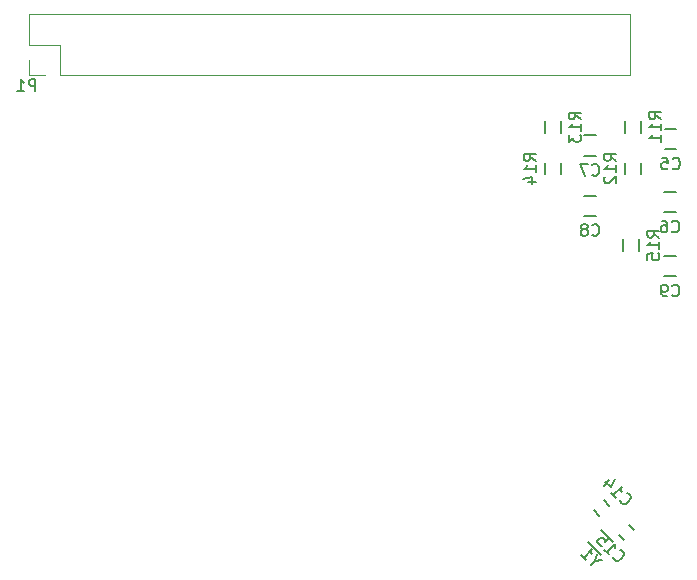
<source format=gbo>
G04 #@! TF.GenerationSoftware,KiCad,Pcbnew,5.0.0-fee4fd1~66~ubuntu18.04.1*
G04 #@! TF.CreationDate,2018-10-11T08:48:27+02:00*
G04 #@! TF.ProjectId,rasle,7261736C652E6B696361645F70636200,rev?*
G04 #@! TF.SameCoordinates,Original*
G04 #@! TF.FileFunction,Legend,Bot*
G04 #@! TF.FilePolarity,Positive*
%FSLAX46Y46*%
G04 Gerber Fmt 4.6, Leading zero omitted, Abs format (unit mm)*
G04 Created by KiCad (PCBNEW 5.0.0-fee4fd1~66~ubuntu18.04.1) date Thu Oct 11 08:48:27 2018*
%MOMM*%
%LPD*%
G01*
G04 APERTURE LIST*
%ADD10C,0.150000*%
%ADD11C,0.120000*%
G04 APERTURE END LIST*
D10*
G04 #@! TO.C,Y1*
X255465980Y-138581220D02*
X256526640Y-139641880D01*
X254405320Y-139641880D02*
X255465980Y-140702540D01*
G04 #@! TO.C,C5*
X260866400Y-104649200D02*
X261866400Y-104649200D01*
X261866400Y-106349200D02*
X260866400Y-106349200D01*
G04 #@! TO.C,C6*
X261803660Y-111680660D02*
X260803660Y-111680660D01*
X260803660Y-109980660D02*
X261803660Y-109980660D01*
G04 #@! TO.C,C7*
X255060980Y-106880060D02*
X254060980Y-106880060D01*
X254060980Y-105180060D02*
X255060980Y-105180060D01*
G04 #@! TO.C,C8*
X254059200Y-110288000D02*
X255059200Y-110288000D01*
X255059200Y-111988000D02*
X254059200Y-111988000D01*
G04 #@! TO.C,C9*
X261830840Y-117101020D02*
X260830840Y-117101020D01*
X260830840Y-115401020D02*
X261830840Y-115401020D01*
G04 #@! TO.C,C14*
X254849579Y-136864107D02*
X255344553Y-137359081D01*
X256193081Y-136510553D02*
X255698107Y-136015579D01*
G04 #@! TO.C,C15*
X258304351Y-138621823D02*
X257809377Y-138126849D01*
X256960849Y-138975377D02*
X257455823Y-139470351D01*
G04 #@! TO.C,R11*
X258881640Y-104934940D02*
X258881640Y-103934940D01*
X257531640Y-103934940D02*
X257531640Y-104934940D01*
G04 #@! TO.C,R14*
X250714280Y-107473160D02*
X250714280Y-108473160D01*
X252064280Y-108473160D02*
X252064280Y-107473160D01*
G04 #@! TO.C,R12*
X257531640Y-107478240D02*
X257531640Y-108478240D01*
X258881640Y-108478240D02*
X258881640Y-107478240D01*
G04 #@! TO.C,R13*
X252076980Y-104955260D02*
X252076980Y-103955260D01*
X250726980Y-103955260D02*
X250726980Y-104955260D01*
G04 #@! TO.C,R15*
X258724160Y-114967240D02*
X258724160Y-113967240D01*
X257374160Y-113967240D02*
X257374160Y-114967240D01*
D11*
G04 #@! TO.C,P1*
X207040000Y-94900000D02*
X207040000Y-97500000D01*
X207040000Y-94900000D02*
X257960000Y-94900000D01*
X257960000Y-94900000D02*
X257960000Y-100100000D01*
X209640000Y-100100000D02*
X257960000Y-100100000D01*
X209640000Y-97500000D02*
X209640000Y-100100000D01*
X207040000Y-97500000D02*
X209640000Y-97500000D01*
X207040000Y-100100000D02*
X208370000Y-100100000D01*
X207040000Y-98770000D02*
X207040000Y-100100000D01*
G04 #@! TO.C,Y1*
D10*
X254971005Y-141234553D02*
X254634287Y-141571271D01*
X255577096Y-141099866D02*
X254971005Y-141234553D01*
X255105692Y-140628462D01*
X253792494Y-140729477D02*
X254196555Y-141133538D01*
X253994524Y-140931507D02*
X254701631Y-140224401D01*
X254667959Y-140392759D01*
X254667959Y-140527446D01*
X254701631Y-140628462D01*
G04 #@! TO.C,C5*
X261533066Y-107956342D02*
X261580685Y-108003961D01*
X261723542Y-108051580D01*
X261818780Y-108051580D01*
X261961638Y-108003961D01*
X262056876Y-107908723D01*
X262104495Y-107813485D01*
X262152114Y-107623009D01*
X262152114Y-107480152D01*
X262104495Y-107289676D01*
X262056876Y-107194438D01*
X261961638Y-107099200D01*
X261818780Y-107051580D01*
X261723542Y-107051580D01*
X261580685Y-107099200D01*
X261533066Y-107146819D01*
X260628304Y-107051580D02*
X261104495Y-107051580D01*
X261152114Y-107527771D01*
X261104495Y-107480152D01*
X261009257Y-107432533D01*
X260771161Y-107432533D01*
X260675923Y-107480152D01*
X260628304Y-107527771D01*
X260580685Y-107623009D01*
X260580685Y-107861104D01*
X260628304Y-107956342D01*
X260675923Y-108003961D01*
X260771161Y-108051580D01*
X261009257Y-108051580D01*
X261104495Y-108003961D01*
X261152114Y-107956342D01*
G04 #@! TO.C,C6*
X261470326Y-113287802D02*
X261517945Y-113335421D01*
X261660802Y-113383040D01*
X261756040Y-113383040D01*
X261898898Y-113335421D01*
X261994136Y-113240183D01*
X262041755Y-113144945D01*
X262089374Y-112954469D01*
X262089374Y-112811612D01*
X262041755Y-112621136D01*
X261994136Y-112525898D01*
X261898898Y-112430660D01*
X261756040Y-112383040D01*
X261660802Y-112383040D01*
X261517945Y-112430660D01*
X261470326Y-112478279D01*
X260613183Y-112383040D02*
X260803660Y-112383040D01*
X260898898Y-112430660D01*
X260946517Y-112478279D01*
X261041755Y-112621136D01*
X261089374Y-112811612D01*
X261089374Y-113192564D01*
X261041755Y-113287802D01*
X260994136Y-113335421D01*
X260898898Y-113383040D01*
X260708421Y-113383040D01*
X260613183Y-113335421D01*
X260565564Y-113287802D01*
X260517945Y-113192564D01*
X260517945Y-112954469D01*
X260565564Y-112859231D01*
X260613183Y-112811612D01*
X260708421Y-112763993D01*
X260898898Y-112763993D01*
X260994136Y-112811612D01*
X261041755Y-112859231D01*
X261089374Y-112954469D01*
G04 #@! TO.C,C7*
X254727646Y-108487202D02*
X254775265Y-108534821D01*
X254918122Y-108582440D01*
X255013360Y-108582440D01*
X255156218Y-108534821D01*
X255251456Y-108439583D01*
X255299075Y-108344345D01*
X255346694Y-108153869D01*
X255346694Y-108011012D01*
X255299075Y-107820536D01*
X255251456Y-107725298D01*
X255156218Y-107630060D01*
X255013360Y-107582440D01*
X254918122Y-107582440D01*
X254775265Y-107630060D01*
X254727646Y-107677679D01*
X254394313Y-107582440D02*
X253727646Y-107582440D01*
X254156218Y-108582440D01*
G04 #@! TO.C,C8*
X254725866Y-113595142D02*
X254773485Y-113642761D01*
X254916342Y-113690380D01*
X255011580Y-113690380D01*
X255154438Y-113642761D01*
X255249676Y-113547523D01*
X255297295Y-113452285D01*
X255344914Y-113261809D01*
X255344914Y-113118952D01*
X255297295Y-112928476D01*
X255249676Y-112833238D01*
X255154438Y-112738000D01*
X255011580Y-112690380D01*
X254916342Y-112690380D01*
X254773485Y-112738000D01*
X254725866Y-112785619D01*
X254154438Y-113118952D02*
X254249676Y-113071333D01*
X254297295Y-113023714D01*
X254344914Y-112928476D01*
X254344914Y-112880857D01*
X254297295Y-112785619D01*
X254249676Y-112738000D01*
X254154438Y-112690380D01*
X253963961Y-112690380D01*
X253868723Y-112738000D01*
X253821104Y-112785619D01*
X253773485Y-112880857D01*
X253773485Y-112928476D01*
X253821104Y-113023714D01*
X253868723Y-113071333D01*
X253963961Y-113118952D01*
X254154438Y-113118952D01*
X254249676Y-113166571D01*
X254297295Y-113214190D01*
X254344914Y-113309428D01*
X254344914Y-113499904D01*
X254297295Y-113595142D01*
X254249676Y-113642761D01*
X254154438Y-113690380D01*
X253963961Y-113690380D01*
X253868723Y-113642761D01*
X253821104Y-113595142D01*
X253773485Y-113499904D01*
X253773485Y-113309428D01*
X253821104Y-113214190D01*
X253868723Y-113166571D01*
X253963961Y-113118952D01*
G04 #@! TO.C,C9*
X261497506Y-118708162D02*
X261545125Y-118755781D01*
X261687982Y-118803400D01*
X261783220Y-118803400D01*
X261926078Y-118755781D01*
X262021316Y-118660543D01*
X262068935Y-118565305D01*
X262116554Y-118374829D01*
X262116554Y-118231972D01*
X262068935Y-118041496D01*
X262021316Y-117946258D01*
X261926078Y-117851020D01*
X261783220Y-117803400D01*
X261687982Y-117803400D01*
X261545125Y-117851020D01*
X261497506Y-117898639D01*
X261021316Y-118803400D02*
X260830840Y-118803400D01*
X260735601Y-118755781D01*
X260687982Y-118708162D01*
X260592744Y-118565305D01*
X260545125Y-118374829D01*
X260545125Y-117993877D01*
X260592744Y-117898639D01*
X260640363Y-117851020D01*
X260735601Y-117803400D01*
X260926078Y-117803400D01*
X261021316Y-117851020D01*
X261068935Y-117898639D01*
X261116554Y-117993877D01*
X261116554Y-118231972D01*
X261068935Y-118327210D01*
X261021316Y-118374829D01*
X260926078Y-118422448D01*
X260735601Y-118422448D01*
X260640363Y-118374829D01*
X260592744Y-118327210D01*
X260545125Y-118231972D01*
G04 #@! TO.C,C14*
X257066863Y-136050933D02*
X257066863Y-136118277D01*
X257134207Y-136252964D01*
X257201550Y-136320307D01*
X257336237Y-136387651D01*
X257470924Y-136387651D01*
X257571939Y-136353979D01*
X257740298Y-136252964D01*
X257841313Y-136151949D01*
X257942329Y-135983590D01*
X257976000Y-135882575D01*
X257976000Y-135747888D01*
X257908657Y-135613201D01*
X257841313Y-135545857D01*
X257706626Y-135478514D01*
X257639283Y-135478514D01*
X256326084Y-135444842D02*
X256730145Y-135848903D01*
X256528115Y-135646872D02*
X257235222Y-134939765D01*
X257201550Y-135108124D01*
X257201550Y-135242811D01*
X257235222Y-135343826D01*
X256191397Y-134367346D02*
X255719993Y-134838750D01*
X256629130Y-134266330D02*
X256292413Y-134939765D01*
X255854680Y-134502033D01*
G04 #@! TO.C,C15*
X256491127Y-140849209D02*
X256491127Y-140916553D01*
X256558471Y-141051240D01*
X256625814Y-141118583D01*
X256760501Y-141185927D01*
X256895188Y-141185927D01*
X256996203Y-141152255D01*
X257164562Y-141051240D01*
X257265577Y-140950225D01*
X257366593Y-140781866D01*
X257400264Y-140680851D01*
X257400264Y-140546164D01*
X257332921Y-140411477D01*
X257265577Y-140344133D01*
X257130890Y-140276790D01*
X257063547Y-140276790D01*
X255750348Y-140243118D02*
X256154409Y-140647179D01*
X255952379Y-140445148D02*
X256659486Y-139738041D01*
X256625814Y-139906400D01*
X256625814Y-140041087D01*
X256659486Y-140142102D01*
X255817692Y-138896248D02*
X256154409Y-139232965D01*
X255851364Y-139603354D01*
X255851364Y-139536011D01*
X255817692Y-139434996D01*
X255649333Y-139266637D01*
X255548318Y-139232965D01*
X255480974Y-139232965D01*
X255379959Y-139266637D01*
X255211600Y-139434996D01*
X255177929Y-139536011D01*
X255177929Y-139603354D01*
X255211600Y-139704370D01*
X255379959Y-139872728D01*
X255480974Y-139906400D01*
X255548318Y-139906400D01*
G04 #@! TO.C,R11*
X260559020Y-103792082D02*
X260082830Y-103458749D01*
X260559020Y-103220654D02*
X259559020Y-103220654D01*
X259559020Y-103601606D01*
X259606640Y-103696844D01*
X259654259Y-103744463D01*
X259749497Y-103792082D01*
X259892354Y-103792082D01*
X259987592Y-103744463D01*
X260035211Y-103696844D01*
X260082830Y-103601606D01*
X260082830Y-103220654D01*
X260559020Y-104744463D02*
X260559020Y-104173035D01*
X260559020Y-104458749D02*
X259559020Y-104458749D01*
X259701878Y-104363511D01*
X259797116Y-104268273D01*
X259844735Y-104173035D01*
X260559020Y-105696844D02*
X260559020Y-105125416D01*
X260559020Y-105411130D02*
X259559020Y-105411130D01*
X259701878Y-105315892D01*
X259797116Y-105220654D01*
X259844735Y-105125416D01*
G04 #@! TO.C,R14*
X249941660Y-107330302D02*
X249465470Y-106996969D01*
X249941660Y-106758874D02*
X248941660Y-106758874D01*
X248941660Y-107139826D01*
X248989280Y-107235064D01*
X249036899Y-107282683D01*
X249132137Y-107330302D01*
X249274994Y-107330302D01*
X249370232Y-107282683D01*
X249417851Y-107235064D01*
X249465470Y-107139826D01*
X249465470Y-106758874D01*
X249941660Y-108282683D02*
X249941660Y-107711255D01*
X249941660Y-107996969D02*
X248941660Y-107996969D01*
X249084518Y-107901731D01*
X249179756Y-107806493D01*
X249227375Y-107711255D01*
X249274994Y-109139826D02*
X249941660Y-109139826D01*
X248894041Y-108901731D02*
X249608327Y-108663636D01*
X249608327Y-109282683D01*
G04 #@! TO.C,R12*
X256759020Y-107335382D02*
X256282830Y-107002049D01*
X256759020Y-106763954D02*
X255759020Y-106763954D01*
X255759020Y-107144906D01*
X255806640Y-107240144D01*
X255854259Y-107287763D01*
X255949497Y-107335382D01*
X256092354Y-107335382D01*
X256187592Y-107287763D01*
X256235211Y-107240144D01*
X256282830Y-107144906D01*
X256282830Y-106763954D01*
X256759020Y-108287763D02*
X256759020Y-107716335D01*
X256759020Y-108002049D02*
X255759020Y-108002049D01*
X255901878Y-107906811D01*
X255997116Y-107811573D01*
X256044735Y-107716335D01*
X255854259Y-108668716D02*
X255806640Y-108716335D01*
X255759020Y-108811573D01*
X255759020Y-109049668D01*
X255806640Y-109144906D01*
X255854259Y-109192525D01*
X255949497Y-109240144D01*
X256044735Y-109240144D01*
X256187592Y-109192525D01*
X256759020Y-108621097D01*
X256759020Y-109240144D01*
G04 #@! TO.C,R13*
X253754360Y-103812402D02*
X253278170Y-103479069D01*
X253754360Y-103240974D02*
X252754360Y-103240974D01*
X252754360Y-103621926D01*
X252801980Y-103717164D01*
X252849599Y-103764783D01*
X252944837Y-103812402D01*
X253087694Y-103812402D01*
X253182932Y-103764783D01*
X253230551Y-103717164D01*
X253278170Y-103621926D01*
X253278170Y-103240974D01*
X253754360Y-104764783D02*
X253754360Y-104193355D01*
X253754360Y-104479069D02*
X252754360Y-104479069D01*
X252897218Y-104383831D01*
X252992456Y-104288593D01*
X253040075Y-104193355D01*
X252754360Y-105098117D02*
X252754360Y-105717164D01*
X253135313Y-105383831D01*
X253135313Y-105526688D01*
X253182932Y-105621926D01*
X253230551Y-105669545D01*
X253325789Y-105717164D01*
X253563884Y-105717164D01*
X253659122Y-105669545D01*
X253706741Y-105621926D01*
X253754360Y-105526688D01*
X253754360Y-105240974D01*
X253706741Y-105145736D01*
X253659122Y-105098117D01*
G04 #@! TO.C,R15*
X260401540Y-113824382D02*
X259925350Y-113491049D01*
X260401540Y-113252954D02*
X259401540Y-113252954D01*
X259401540Y-113633906D01*
X259449160Y-113729144D01*
X259496779Y-113776763D01*
X259592017Y-113824382D01*
X259734874Y-113824382D01*
X259830112Y-113776763D01*
X259877731Y-113729144D01*
X259925350Y-113633906D01*
X259925350Y-113252954D01*
X260401540Y-114776763D02*
X260401540Y-114205335D01*
X260401540Y-114491049D02*
X259401540Y-114491049D01*
X259544398Y-114395811D01*
X259639636Y-114300573D01*
X259687255Y-114205335D01*
X259401540Y-115681525D02*
X259401540Y-115205335D01*
X259877731Y-115157716D01*
X259830112Y-115205335D01*
X259782493Y-115300573D01*
X259782493Y-115538668D01*
X259830112Y-115633906D01*
X259877731Y-115681525D01*
X259972969Y-115729144D01*
X260211064Y-115729144D01*
X260306302Y-115681525D01*
X260353921Y-115633906D01*
X260401540Y-115538668D01*
X260401540Y-115300573D01*
X260353921Y-115205335D01*
X260306302Y-115157716D01*
G04 #@! TO.C,P1*
X207596095Y-101430380D02*
X207596095Y-100430380D01*
X207215142Y-100430380D01*
X207119904Y-100478000D01*
X207072285Y-100525619D01*
X207024666Y-100620857D01*
X207024666Y-100763714D01*
X207072285Y-100858952D01*
X207119904Y-100906571D01*
X207215142Y-100954190D01*
X207596095Y-100954190D01*
X206072285Y-101430380D02*
X206643714Y-101430380D01*
X206358000Y-101430380D02*
X206358000Y-100430380D01*
X206453238Y-100573238D01*
X206548476Y-100668476D01*
X206643714Y-100716095D01*
G04 #@! TD*
M02*

</source>
